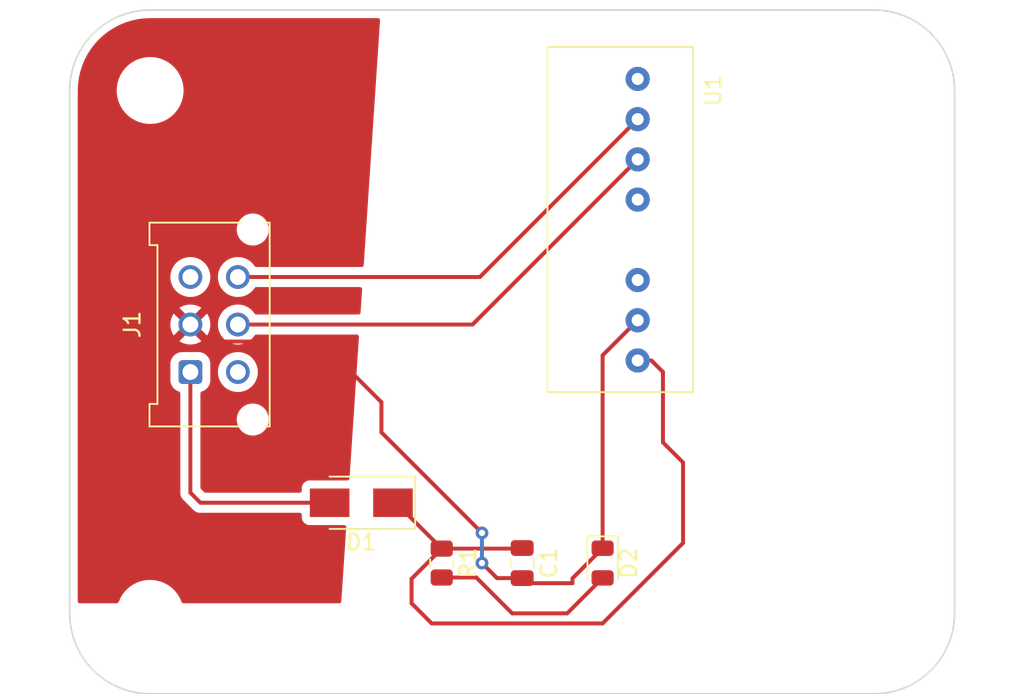
<source format=kicad_pcb>
(kicad_pcb (version 20211014) (generator pcbnew)
  (layers (0 "F.Cu" signal) (31 "B.Cu" signal) (34 "B.Paste" user) (35 "F.Paste" user) (36 "B.SilkS" user "B.Silkscreen") (37 "F.SilkS" user "F.Silkscreen") (38 "B.Mask" user) (39 "F.Mask" user) (44 "Edge.Cuts" user))
  (net 0 "")
  (net 1 "Net-(C1-Pad1)")
  (net 2 "GND")
  (net 3 "Net-(D1-Pad2)")
  (net 4 "Net-(D2-Pad2)")
  (net 7 "+12P")
  (net 8 "GNDD")
  (footprint "Capacitor_SMD:C_0805_2012Metric" (layer "F.Cu") (at 135.255 98.425 -90)
    (fp_text reference "C1" (at 0 -1.68 90) (layer "F.SilkS"))
    (fp_text value "C")
    (fp_line (start -0.261252 -0.735) (end 0.261252 -0.735) (layer "F.SilkS") (width 0.12))
    (fp_line (start -0.261252 0.735) (end 0.261252 0.735) (layer "F.SilkS") (width 0.12))
    (pad "1" smd roundrect (at -0.95 0 270) (size 1 1.45) (layers "F.Cu" "F.Paste" "F.Mask") (net 1 "Net-(C1-Pad1)"))
    (pad "2" smd roundrect (at 0.95 0 270) (size 1 1.45) (layers "F.Cu" "F.Paste" "F.Mask") (net 2 "GND"))
  )
  (footprint "Resistor_SMD:R_0805_2012Metric" (layer "F.Cu") (at 130.175 98.425 -90)
    (fp_text reference "R1" (at 0 -1.65 90) (layer "F.SilkS"))
    (fp_text value "R")
    (fp_line (start -0.227064 0.735) (end 0.227064 0.735) (layer "F.SilkS") (width 0.12))
    (fp_line (start -0.227064 -0.735) (end 0.227064 -0.735) (layer "F.SilkS") (width 0.12))
    (pad "1" smd roundrect (at -0.9125 0 270) (size 1.025 1.4) (layers "F.Cu" "F.Paste" "F.Mask") (roundrect_rratio 0.243902) (net 1 "Net-(C1-Pad1)"))
    (pad "2" smd roundrect (at 0.9125 0 270) (size 1.025 1.4) (layers "F.Cu" "F.Paste" "F.Mask") (roundrect_rratio 0.243902) (net 4 "Net-(D2-Pad2)"))
  )
  (footprint "MountingHole:MountingHole_3.2mm_M3" (layer "F.Cu") (at 157.48 101.6)
    (fp_text reference "HOLE 3" hide)
    (fp_text value "MountingHole_3.2mm_M3")
    (pad "" np_thru_hole circle (at 0 0) (size 3.2 3.2) (drill 3.2) (layers *.Cu *.Mask))
  )
  (footprint "MountingHole:MountingHole_3.2mm_M3" (layer "F.Cu") (at 111.76 68.58)
    (fp_text reference "HOLE 1" hide)
    (fp_text value "MountingHole_3.2mm_M3")
    (pad "" np_thru_hole circle locked (at 0 0) (size 3.2 3.2) (drill 3.2) (layers *.Cu *.Mask))
  )
  (footprint "LED_SMD:LED_0805_2012Metric" (layer "F.Cu") (at 140.335 98.425 -90)
    (fp_text reference "D2" (at 0 -1.65 90) (layer "F.SilkS"))
    (fp_text value "LED")
    (fp_line (start -1.685 -0.96) (end -1.685 0.96) (layer "F.SilkS") (width 0.12))
    (fp_line (start -1.685 0.96) (end 1 0.96) (layer "F.SilkS") (width 0.12))
    (fp_line (start 1 -0.96) (end -1.685 -0.96) (layer "F.SilkS") (width 0.12))
    (pad "1" smd roundrect (at -0.9375 0 270) (size 0.975 1.4) (layers "F.Cu" "F.Paste" "F.Mask") (net 2 "GND"))
    (pad "2" smd roundrect (at 0.9375 0 270) (size 0.975 1.4) (layers "F.Cu" "F.Paste" "F.Mask") (net 4 "Net-(D2-Pad2)"))
  )
  (footprint "Diode_SMD:D_SMA" (layer "F.Cu") (at 125.095 94.615 180)
    (fp_text reference "D1" (at 0 -2.5) (layer "F.SilkS"))
    (fp_text value "D")
    (fp_line (start -3.4 1.65) (end 2 1.65) (layer "F.SilkS") (width 0.12))
    (fp_line (start -3.4 -1.65) (end 2 -1.65) (layer "F.SilkS") (width 0.12))
    (fp_line (start -3.4 -1.65) (end -3.4 1.65) (layer "F.SilkS") (width 0.12))
    (pad "1" smd rect (at -2 0 180) (size 2.5 1.8) (layers "F.Cu" "F.Paste" "F.Mask") (net 1 "Net-(C1-Pad1)"))
    (pad "2" smd rect (at 2 0 180) (size 2.5 1.8) (layers "F.Cu" "F.Paste" "F.Mask") (net 3 "Net-(D1-Pad2)"))
  )
  (footprint "component:SPAN02" (layer "F.Cu") (at 146.05 77.47 90)
    (fp_text reference "U1" (at 8.89 1.27 90 unlocked) (layer "F.SilkS"))
    (fp_text value "SPANO2A")
    (fp_rect (start -10.16 -9.2) (end 11.64 0) (layer "F.SilkS") (width 0.12) (fill none))
    (pad "1" thru_hole circle (at -8.16 -3.5 90) (size 1.524 1.524) (drill 0.762) (layers *.Cu *.Mask) (net 1 "Net-(C1-Pad1)"))
    (pad "2" thru_hole circle (at -5.62 -3.5 90) (size 1.524 1.524) (drill 0.762) (layers *.Cu *.Mask) (net 2 "GND"))
    (pad "3" thru_hole circle (at -3.08 -3.5 90) (size 1.524 1.524) (drill 0.762) (layers *.Cu *.Mask))
    (pad "5" thru_hole circle (at 2 -3.5 90) (size 1.524 1.524) (drill 0.762) (layers *.Cu *.Mask))
    (pad "6" thru_hole circle (at 4.54 -3.5 90) (size 1.524 1.524) (drill 0.762) (layers *.Cu *.Mask) (net 7 "+12P"))
    (pad "7" thru_hole circle (at 7.08 -3.5 90) (size 1.524 1.524) (drill 0.762) (layers *.Cu *.Mask) (net 8 "GNDD"))
    (pad "8" thru_hole circle (at 9.62 -3.5 90) (size 1.524 1.524) (drill 0.762) (layers *.Cu *.Mask))
  )
  (footprint "Connector_Molex:Molex_Micro-Fit_3.0_43045-0612_2x03_P3.00mm_Vertical" (layer "F.Cu") (at 114.3 86.36 90)
    (fp_text reference "J1" (at 3 -3.67 90) (layer "F.SilkS"))
    (fp_text value "Conn_01x06_Male")
    (fp_line (start 8.015 -2.08) (end 8.015 -2.58) (layer "F.SilkS") (width 0.12))
    (fp_line (start -3.435 -2.58) (end -2.015 -2.58) (layer "F.SilkS") (width 0.12))
    (fp_line (start -2.015 -2.08) (end 8.015 -2.08) (layer "F.SilkS") (width 0.12))
    (fp_line (start 9.435 -2.58) (end 9.435 3.18) (layer "F.SilkS") (width 0.12))
    (fp_line (start -3.435 4.7) (end -3.435 5.01) (layer "F.SilkS") (width 0.12))
    (fp_line (start 9.435 5.01) (end 9.435 4.7) (layer "F.SilkS") (width 0.12))
    (fp_line (start 8.015 -2.58) (end 9.435 -2.58) (layer "F.SilkS") (width 0.12))
    (fp_line (start -3.435 5.01) (end 9.435 5.01) (layer "F.SilkS") (width 0.12))
    (fp_line (start -2.015 -2.58) (end -2.015 -2.08) (layer "F.SilkS") (width 0.12))
    (fp_line (start -3.435 3.18) (end -3.435 -2.58) (layer "F.SilkS") (width 0.12))
    (pad "" np_thru_hole circle (at -3 3.94 90) (size 1 1) (drill 1) (layers *.Cu *.Mask))
    (pad "" np_thru_hole circle (at 9 3.94 90) (size 1 1) (drill 1) (layers *.Cu *.Mask))
    (pad "1" thru_hole roundrect (at 0 0 90) (size 1.5 1.5) (drill 1) (layers *.Cu *.Mask) (roundrect_rratio 0.166667) (net 3 "Net-(D1-Pad2)"))
    (pad "2" thru_hole circle (at 3 0 90) (size 1.5 1.5) (drill 1) (layers *.Cu *.Mask) (net 2 "GND"))
    (pad "3" thru_hole circle (at 6 0 90) (size 1.5 1.5) (drill 1) (layers *.Cu *.Mask))
    (pad "4" thru_hole circle (at 0 3 90) (size 1.5 1.5) (drill 1) (layers *.Cu *.Mask))
    (pad "5" thru_hole circle (at 3 3 90) (size 1.5 1.5) (drill 1) (layers *.Cu *.Mask) (net 7 "+12P"))
    (pad "6" thru_hole circle (at 6 3 90) (size 1.5 1.5) (drill 1) (layers *.Cu *.Mask) (net 8 "GNDD"))
  )
  (footprint "MountingHole:MountingHole_3.2mm_M3" (layer "F.Cu") (at 111.76 101.6)
    (fp_text reference "HOLE 4" hide)
    (fp_text value "MountingHole_3.2mm_M3")
    (pad "" np_thru_hole circle (at 0 0) (size 3.2 3.2) (drill 3.2) (layers *.Cu *.Mask))
  )
  (footprint "MountingHole:MountingHole_3.2mm_M3" (layer "F.Cu") (at 157.48 68.58)
    (fp_text reference "HOLE 2" hide)
    (fp_text value "MountingHole_3.2mm_M3")
    (pad "" np_thru_hole circle (at 0 0) (size 3.2 3.2) (drill 3.2) (layers *.Cu *.Mask))
  )
  (gr_arc (start 106.68 68.58) (mid 108.167898 64.987898) (end 111.76 63.5) (layer "Edge.Cuts") (width 0.1))
  (gr_arc (start 111.76 106.68) (mid 108.167898 105.192102) (end 106.68 101.6) (layer "Edge.Cuts") (width 0.1))
  (gr_arc (start 162.56 101.6) (mid 161.072102 105.192102) (end 157.48 106.68) (layer "Edge.Cuts") (width 0.1))
  (gr_line (start 111.76 63.5) (end 157.48 63.5) (layer "Edge.Cuts") (width 0.1))
  (gr_line (start 162.56 101.6) (end 162.56 68.58) (layer "Edge.Cuts") (width 0.1))
  (gr_arc (start 157.48 63.5) (mid 161.072102 64.987898) (end 162.56 68.58) (layer "Edge.Cuts") (width 0.1))
  (gr_line (start 111.76 106.68) (end 157.48 106.68) (layer "Edge.Cuts") (width 0.1))
  (gr_line (start 106.68 68.58) (end 106.68 101.6) (layer "Edge.Cuts") (width 0.1))
  (segment (start 144.145 90.805) (end 144.145 86.36) (width 0.25) (layer "F.Cu") (net 1))
  (segment (start 128.27 99.4175) (end 128.27 100.965) (width 0.25) (layer "F.Cu") (net 1))
  (segment (start 130.175 97.5125) (end 135.2175 97.5125) (width 0.25) (layer "F.Cu") (net 1))
  (segment (start 145.415 97.155) (end 145.415 92.075) (width 0.25) (layer "F.Cu") (net 1))
  (segment (start 129.54 102.235) (end 140.335 102.235) (width 0.25) (layer "F.Cu") (net 1))
  (segment (start 145.415 92.075) (end 144.145 90.805) (width 0.25) (layer "F.Cu") (net 1))
  (segment (start 128.27 100.965) (end 129.54 102.235) (width 0.25) (layer "F.Cu") (net 1))
  (segment (start 127.2775 94.615) (end 130.175 97.5125) (width 0.25) (layer "F.Cu") (net 1))
  (segment (start 135.2175 97.5125) (end 135.255 97.475) (width 0.25) (layer "F.Cu") (net 1))
  (segment (start 143.415 85.63) (end 142.55 85.63) (width 0.25) (layer "F.Cu") (net 1))
  (segment (start 144.145 86.36) (end 143.415 85.63) (width 0.25) (layer "F.Cu") (net 1))
  (segment (start 140.335 102.235) (end 145.415 97.155) (width 0.25) (layer "F.Cu") (net 1))
  (segment (start 127.095 94.615) (end 127.2775 94.615) (width 0.25) (layer "F.Cu") (net 1))
  (segment (start 130.175 97.5125) (end 128.27 99.4175) (width 0.25) (layer "F.Cu") (net 1))
  (segment (start 126.365 90.17) (end 126.365 88.265) (width 0.25) (layer "F.Cu") (net 2))
  (segment (start 138.43 99.3925) (end 140.335 97.4875) (width 0.25) (layer "F.Cu") (net 2))
  (segment (start 135.575 99.695) (end 135.255 99.375) (width 0.25) (layer "F.Cu") (net 2))
  (segment (start 140.3225 97.475) (end 140.335 97.4875) (width 0.25) (layer "F.Cu") (net 2))
  (segment (start 142.55 83.09) (end 140.335 85.305) (width 0.25) (layer "F.Cu") (net 2))
  (segment (start 138.43 99.695) (end 135.575 99.695) (width 0.25) (layer "F.Cu") (net 2))
  (segment (start 140.335 97.4875) (end 140.335 85.305) (width 0.25) (layer "F.Cu") (net 2))
  (segment (start 115.374511 84.434511) (end 114.3 83.36) (width 0.25) (layer "F.Cu") (net 2))
  (segment (start 138.43 99.3925) (end 138.43 99.695) (width 0.25) (layer "F.Cu") (net 2))
  (segment (start 133.665 99.375) (end 132.715 98.425) (width 0.25) (layer "F.Cu") (net 2))
  (segment (start 126.365 88.265) (end 122.534511 84.434511) (width 0.25) (layer "F.Cu") (net 2))
  (segment (start 122.534511 84.434511) (end 115.374511 84.434511) (width 0.25) (layer "F.Cu") (net 2))
  (segment (start 135.255 99.375) (end 133.665 99.375) (width 0.25) (layer "F.Cu") (net 2))
  (segment (start 132.715 96.52) (end 126.365 90.17) (width 0.25) (layer "F.Cu") (net 2))
  (via (at 132.715 98.425) (size 0.8) (drill 0.4) (layers "F.Cu" "B.Cu") (net 2))
  (via (at 132.715 96.52) (size 0.8) (drill 0.4) (layers "F.Cu" "B.Cu") (net 2))
  (segment (start 132.715 98.425) (end 132.715 96.52) (width 0.25) (layer "B.Cu") (net 2))
  (segment (start 114.935 94.615) (end 123.095 94.615) (width 0.25) (layer "F.Cu") (net 3))
  (segment (start 114.3 93.98) (end 114.935 94.615) (width 0.25) (layer "F.Cu") (net 3))
  (segment (start 114.3 86.36) (end 114.3 93.98) (width 0.25) (layer "F.Cu") (net 3))
  (segment (start 134.62 101.6) (end 138.0975 101.6) (width 0.25) (layer "F.Cu") (net 4))
  (segment (start 130.175 99.3375) (end 132.3575 99.3375) (width 0.25) (layer "F.Cu") (net 4))
  (segment (start 138.0975 101.6) (end 140.335 99.3625) (width 0.25) (layer "F.Cu") (net 4))
  (segment (start 132.3575 99.3375) (end 134.62 101.6) (width 0.25) (layer "F.Cu") (net 4))
  (segment (start 117.3 83.36) (end 132.12 83.36) (width 0.25) (layer "F.Cu") (net 7))
  (segment (start 132.12 83.36) (end 142.55 72.93) (width 0.25) (layer "F.Cu") (net 7))
  (segment (start 117.3 80.36) (end 132.58 80.36) (width 0.25) (layer "F.Cu") (net 8))
  (segment (start 132.58 80.36) (end 142.55 70.39) (width 0.25) (layer "F.Cu") (net 8))
  (zone (net 2) (net_name "GND") (layer "F.Cu") (connect_pads (clearance 0.508)) (min_thickness 0.254) (fill yes (thermal_gap 0.508) (thermal_bridge_width 0.508))
    (polygon (pts (xy 123.825 100.965) (xy 106.68 100.965) (xy 106.68 62.865) (xy 126.365 62.865)))
  )
)
</source>
